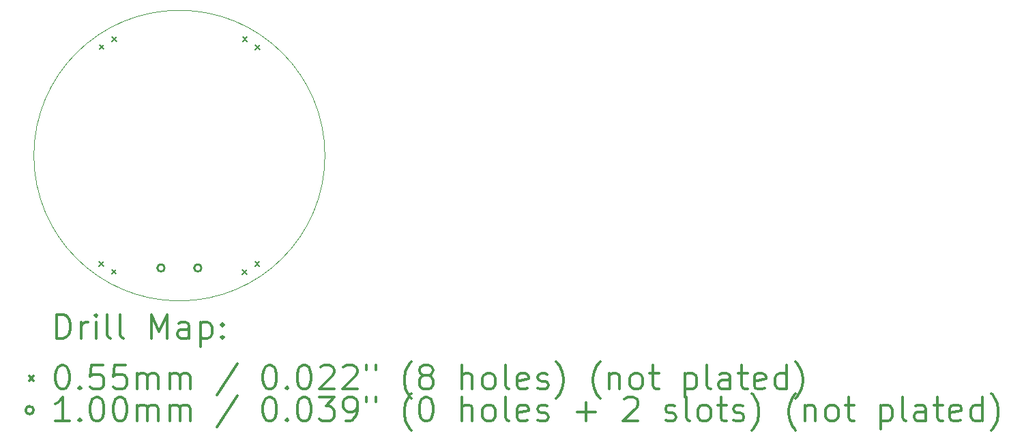
<source format=gbr>
%FSLAX45Y45*%
G04 Gerber Fmt 4.5, Leading zero omitted, Abs format (unit mm)*
G04 Created by KiCad*
%MOMM*%
%LPD*%
G01*
G04 APERTURE LIST*
%TA.AperFunction,Profile*%
%ADD10C,0.050000*%
%TD*%
%ADD11C,0.200000*%
%ADD12C,0.300000*%
G04 APERTURE END LIST*
D10*
X9426260Y-10160000D02*
G75*
G02*
X7620000Y-11966260I-1806260J0D01*
G01*
X7620000Y-11966260D02*
G75*
G02*
X5813740Y-10160000I0J1806260D01*
G01*
X5813740Y-10160000D02*
G75*
G02*
X7620000Y-8353740I1806260J0D01*
G01*
X7620000Y-8353740D02*
G75*
G02*
X9426260Y-10160000I0J-1806260D01*
G01*
D11*
X8401617Y-11581377D02*
X8456617Y-11636377D01*
X8456617Y-11581377D02*
X8401617Y-11636377D01*
X6628942Y-8783918D02*
X6683942Y-8838918D01*
X6683942Y-8783918D02*
X6628942Y-8838918D01*
X6783383Y-8683623D02*
X6838383Y-8738623D01*
X6838383Y-8683623D02*
X6783383Y-8738623D01*
X8406942Y-8687082D02*
X8461942Y-8742082D01*
X8461942Y-8687082D02*
X8406942Y-8742082D01*
X8561383Y-8787377D02*
X8616383Y-8842377D01*
X8616383Y-8787377D02*
X8561383Y-8842377D01*
X6623617Y-11477623D02*
X6678617Y-11532623D01*
X6678617Y-11477623D02*
X6623617Y-11532623D01*
X6778058Y-11577918D02*
X6833058Y-11632918D01*
X6833058Y-11577918D02*
X6778058Y-11632918D01*
X8556058Y-11481082D02*
X8611058Y-11536082D01*
X8611058Y-11481082D02*
X8556058Y-11536082D01*
X7441400Y-11557000D02*
G75*
G03*
X7441400Y-11557000I-50000J0D01*
G01*
X7351400Y-11557000D02*
X7351400Y-11557000D01*
X7431400Y-11557000D02*
X7431400Y-11557000D01*
X7351400Y-11557000D02*
G75*
G03*
X7431400Y-11557000I40000J0D01*
G01*
X7431400Y-11557000D02*
G75*
G03*
X7351400Y-11557000I-40000J0D01*
G01*
X7898600Y-11557000D02*
G75*
G03*
X7898600Y-11557000I-50000J0D01*
G01*
X7808600Y-11557000D02*
X7808600Y-11557000D01*
X7888600Y-11557000D02*
X7888600Y-11557000D01*
X7808600Y-11557000D02*
G75*
G03*
X7888600Y-11557000I40000J0D01*
G01*
X7888600Y-11557000D02*
G75*
G03*
X7808600Y-11557000I-40000J0D01*
G01*
D12*
X6097669Y-12434474D02*
X6097669Y-12134474D01*
X6169097Y-12134474D01*
X6211954Y-12148760D01*
X6240526Y-12177331D01*
X6254812Y-12205903D01*
X6269097Y-12263045D01*
X6269097Y-12305903D01*
X6254812Y-12363045D01*
X6240526Y-12391617D01*
X6211954Y-12420188D01*
X6169097Y-12434474D01*
X6097669Y-12434474D01*
X6397669Y-12434474D02*
X6397669Y-12234474D01*
X6397669Y-12291617D02*
X6411954Y-12263045D01*
X6426240Y-12248760D01*
X6454812Y-12234474D01*
X6483383Y-12234474D01*
X6583383Y-12434474D02*
X6583383Y-12234474D01*
X6583383Y-12134474D02*
X6569097Y-12148760D01*
X6583383Y-12163045D01*
X6597669Y-12148760D01*
X6583383Y-12134474D01*
X6583383Y-12163045D01*
X6769097Y-12434474D02*
X6740526Y-12420188D01*
X6726240Y-12391617D01*
X6726240Y-12134474D01*
X6926240Y-12434474D02*
X6897669Y-12420188D01*
X6883383Y-12391617D01*
X6883383Y-12134474D01*
X7269097Y-12434474D02*
X7269097Y-12134474D01*
X7369097Y-12348760D01*
X7469097Y-12134474D01*
X7469097Y-12434474D01*
X7740526Y-12434474D02*
X7740526Y-12277331D01*
X7726240Y-12248760D01*
X7697669Y-12234474D01*
X7640526Y-12234474D01*
X7611954Y-12248760D01*
X7740526Y-12420188D02*
X7711954Y-12434474D01*
X7640526Y-12434474D01*
X7611954Y-12420188D01*
X7597669Y-12391617D01*
X7597669Y-12363045D01*
X7611954Y-12334474D01*
X7640526Y-12320188D01*
X7711954Y-12320188D01*
X7740526Y-12305903D01*
X7883383Y-12234474D02*
X7883383Y-12534474D01*
X7883383Y-12248760D02*
X7911954Y-12234474D01*
X7969097Y-12234474D01*
X7997669Y-12248760D01*
X8011954Y-12263045D01*
X8026240Y-12291617D01*
X8026240Y-12377331D01*
X8011954Y-12405903D01*
X7997669Y-12420188D01*
X7969097Y-12434474D01*
X7911954Y-12434474D01*
X7883383Y-12420188D01*
X8154812Y-12405903D02*
X8169097Y-12420188D01*
X8154812Y-12434474D01*
X8140526Y-12420188D01*
X8154812Y-12405903D01*
X8154812Y-12434474D01*
X8154812Y-12248760D02*
X8169097Y-12263045D01*
X8154812Y-12277331D01*
X8140526Y-12263045D01*
X8154812Y-12248760D01*
X8154812Y-12277331D01*
X5756240Y-12901260D02*
X5811240Y-12956260D01*
X5811240Y-12901260D02*
X5756240Y-12956260D01*
X6154812Y-12764474D02*
X6183383Y-12764474D01*
X6211954Y-12778760D01*
X6226240Y-12793045D01*
X6240526Y-12821617D01*
X6254812Y-12878760D01*
X6254812Y-12950188D01*
X6240526Y-13007331D01*
X6226240Y-13035903D01*
X6211954Y-13050188D01*
X6183383Y-13064474D01*
X6154812Y-13064474D01*
X6126240Y-13050188D01*
X6111954Y-13035903D01*
X6097669Y-13007331D01*
X6083383Y-12950188D01*
X6083383Y-12878760D01*
X6097669Y-12821617D01*
X6111954Y-12793045D01*
X6126240Y-12778760D01*
X6154812Y-12764474D01*
X6383383Y-13035903D02*
X6397669Y-13050188D01*
X6383383Y-13064474D01*
X6369097Y-13050188D01*
X6383383Y-13035903D01*
X6383383Y-13064474D01*
X6669097Y-12764474D02*
X6526240Y-12764474D01*
X6511954Y-12907331D01*
X6526240Y-12893045D01*
X6554812Y-12878760D01*
X6626240Y-12878760D01*
X6654812Y-12893045D01*
X6669097Y-12907331D01*
X6683383Y-12935903D01*
X6683383Y-13007331D01*
X6669097Y-13035903D01*
X6654812Y-13050188D01*
X6626240Y-13064474D01*
X6554812Y-13064474D01*
X6526240Y-13050188D01*
X6511954Y-13035903D01*
X6954812Y-12764474D02*
X6811954Y-12764474D01*
X6797669Y-12907331D01*
X6811954Y-12893045D01*
X6840526Y-12878760D01*
X6911954Y-12878760D01*
X6940526Y-12893045D01*
X6954812Y-12907331D01*
X6969097Y-12935903D01*
X6969097Y-13007331D01*
X6954812Y-13035903D01*
X6940526Y-13050188D01*
X6911954Y-13064474D01*
X6840526Y-13064474D01*
X6811954Y-13050188D01*
X6797669Y-13035903D01*
X7097669Y-13064474D02*
X7097669Y-12864474D01*
X7097669Y-12893045D02*
X7111954Y-12878760D01*
X7140526Y-12864474D01*
X7183383Y-12864474D01*
X7211954Y-12878760D01*
X7226240Y-12907331D01*
X7226240Y-13064474D01*
X7226240Y-12907331D02*
X7240526Y-12878760D01*
X7269097Y-12864474D01*
X7311954Y-12864474D01*
X7340526Y-12878760D01*
X7354812Y-12907331D01*
X7354812Y-13064474D01*
X7497669Y-13064474D02*
X7497669Y-12864474D01*
X7497669Y-12893045D02*
X7511954Y-12878760D01*
X7540526Y-12864474D01*
X7583383Y-12864474D01*
X7611954Y-12878760D01*
X7626240Y-12907331D01*
X7626240Y-13064474D01*
X7626240Y-12907331D02*
X7640526Y-12878760D01*
X7669097Y-12864474D01*
X7711954Y-12864474D01*
X7740526Y-12878760D01*
X7754812Y-12907331D01*
X7754812Y-13064474D01*
X8340526Y-12750188D02*
X8083383Y-13135903D01*
X8726240Y-12764474D02*
X8754812Y-12764474D01*
X8783383Y-12778760D01*
X8797669Y-12793045D01*
X8811954Y-12821617D01*
X8826240Y-12878760D01*
X8826240Y-12950188D01*
X8811954Y-13007331D01*
X8797669Y-13035903D01*
X8783383Y-13050188D01*
X8754812Y-13064474D01*
X8726240Y-13064474D01*
X8697669Y-13050188D01*
X8683383Y-13035903D01*
X8669097Y-13007331D01*
X8654812Y-12950188D01*
X8654812Y-12878760D01*
X8669097Y-12821617D01*
X8683383Y-12793045D01*
X8697669Y-12778760D01*
X8726240Y-12764474D01*
X8954812Y-13035903D02*
X8969097Y-13050188D01*
X8954812Y-13064474D01*
X8940526Y-13050188D01*
X8954812Y-13035903D01*
X8954812Y-13064474D01*
X9154812Y-12764474D02*
X9183383Y-12764474D01*
X9211954Y-12778760D01*
X9226240Y-12793045D01*
X9240526Y-12821617D01*
X9254812Y-12878760D01*
X9254812Y-12950188D01*
X9240526Y-13007331D01*
X9226240Y-13035903D01*
X9211954Y-13050188D01*
X9183383Y-13064474D01*
X9154812Y-13064474D01*
X9126240Y-13050188D01*
X9111954Y-13035903D01*
X9097669Y-13007331D01*
X9083383Y-12950188D01*
X9083383Y-12878760D01*
X9097669Y-12821617D01*
X9111954Y-12793045D01*
X9126240Y-12778760D01*
X9154812Y-12764474D01*
X9369097Y-12793045D02*
X9383383Y-12778760D01*
X9411954Y-12764474D01*
X9483383Y-12764474D01*
X9511954Y-12778760D01*
X9526240Y-12793045D01*
X9540526Y-12821617D01*
X9540526Y-12850188D01*
X9526240Y-12893045D01*
X9354812Y-13064474D01*
X9540526Y-13064474D01*
X9654812Y-12793045D02*
X9669097Y-12778760D01*
X9697669Y-12764474D01*
X9769097Y-12764474D01*
X9797669Y-12778760D01*
X9811954Y-12793045D01*
X9826240Y-12821617D01*
X9826240Y-12850188D01*
X9811954Y-12893045D01*
X9640526Y-13064474D01*
X9826240Y-13064474D01*
X9940526Y-12764474D02*
X9940526Y-12821617D01*
X10054812Y-12764474D02*
X10054812Y-12821617D01*
X10497669Y-13178760D02*
X10483383Y-13164474D01*
X10454812Y-13121617D01*
X10440526Y-13093045D01*
X10426240Y-13050188D01*
X10411954Y-12978760D01*
X10411954Y-12921617D01*
X10426240Y-12850188D01*
X10440526Y-12807331D01*
X10454812Y-12778760D01*
X10483383Y-12735903D01*
X10497669Y-12721617D01*
X10654812Y-12893045D02*
X10626240Y-12878760D01*
X10611954Y-12864474D01*
X10597669Y-12835903D01*
X10597669Y-12821617D01*
X10611954Y-12793045D01*
X10626240Y-12778760D01*
X10654812Y-12764474D01*
X10711954Y-12764474D01*
X10740526Y-12778760D01*
X10754812Y-12793045D01*
X10769097Y-12821617D01*
X10769097Y-12835903D01*
X10754812Y-12864474D01*
X10740526Y-12878760D01*
X10711954Y-12893045D01*
X10654812Y-12893045D01*
X10626240Y-12907331D01*
X10611954Y-12921617D01*
X10597669Y-12950188D01*
X10597669Y-13007331D01*
X10611954Y-13035903D01*
X10626240Y-13050188D01*
X10654812Y-13064474D01*
X10711954Y-13064474D01*
X10740526Y-13050188D01*
X10754812Y-13035903D01*
X10769097Y-13007331D01*
X10769097Y-12950188D01*
X10754812Y-12921617D01*
X10740526Y-12907331D01*
X10711954Y-12893045D01*
X11126240Y-13064474D02*
X11126240Y-12764474D01*
X11254812Y-13064474D02*
X11254812Y-12907331D01*
X11240526Y-12878760D01*
X11211954Y-12864474D01*
X11169097Y-12864474D01*
X11140526Y-12878760D01*
X11126240Y-12893045D01*
X11440526Y-13064474D02*
X11411954Y-13050188D01*
X11397669Y-13035903D01*
X11383383Y-13007331D01*
X11383383Y-12921617D01*
X11397669Y-12893045D01*
X11411954Y-12878760D01*
X11440526Y-12864474D01*
X11483383Y-12864474D01*
X11511954Y-12878760D01*
X11526240Y-12893045D01*
X11540526Y-12921617D01*
X11540526Y-13007331D01*
X11526240Y-13035903D01*
X11511954Y-13050188D01*
X11483383Y-13064474D01*
X11440526Y-13064474D01*
X11711954Y-13064474D02*
X11683383Y-13050188D01*
X11669097Y-13021617D01*
X11669097Y-12764474D01*
X11940526Y-13050188D02*
X11911954Y-13064474D01*
X11854812Y-13064474D01*
X11826240Y-13050188D01*
X11811954Y-13021617D01*
X11811954Y-12907331D01*
X11826240Y-12878760D01*
X11854812Y-12864474D01*
X11911954Y-12864474D01*
X11940526Y-12878760D01*
X11954812Y-12907331D01*
X11954812Y-12935903D01*
X11811954Y-12964474D01*
X12069097Y-13050188D02*
X12097669Y-13064474D01*
X12154812Y-13064474D01*
X12183383Y-13050188D01*
X12197669Y-13021617D01*
X12197669Y-13007331D01*
X12183383Y-12978760D01*
X12154812Y-12964474D01*
X12111954Y-12964474D01*
X12083383Y-12950188D01*
X12069097Y-12921617D01*
X12069097Y-12907331D01*
X12083383Y-12878760D01*
X12111954Y-12864474D01*
X12154812Y-12864474D01*
X12183383Y-12878760D01*
X12297669Y-13178760D02*
X12311954Y-13164474D01*
X12340526Y-13121617D01*
X12354812Y-13093045D01*
X12369097Y-13050188D01*
X12383383Y-12978760D01*
X12383383Y-12921617D01*
X12369097Y-12850188D01*
X12354812Y-12807331D01*
X12340526Y-12778760D01*
X12311954Y-12735903D01*
X12297669Y-12721617D01*
X12840526Y-13178760D02*
X12826240Y-13164474D01*
X12797669Y-13121617D01*
X12783383Y-13093045D01*
X12769097Y-13050188D01*
X12754812Y-12978760D01*
X12754812Y-12921617D01*
X12769097Y-12850188D01*
X12783383Y-12807331D01*
X12797669Y-12778760D01*
X12826240Y-12735903D01*
X12840526Y-12721617D01*
X12954812Y-12864474D02*
X12954812Y-13064474D01*
X12954812Y-12893045D02*
X12969097Y-12878760D01*
X12997669Y-12864474D01*
X13040526Y-12864474D01*
X13069097Y-12878760D01*
X13083383Y-12907331D01*
X13083383Y-13064474D01*
X13269097Y-13064474D02*
X13240526Y-13050188D01*
X13226240Y-13035903D01*
X13211954Y-13007331D01*
X13211954Y-12921617D01*
X13226240Y-12893045D01*
X13240526Y-12878760D01*
X13269097Y-12864474D01*
X13311954Y-12864474D01*
X13340526Y-12878760D01*
X13354812Y-12893045D01*
X13369097Y-12921617D01*
X13369097Y-13007331D01*
X13354812Y-13035903D01*
X13340526Y-13050188D01*
X13311954Y-13064474D01*
X13269097Y-13064474D01*
X13454812Y-12864474D02*
X13569097Y-12864474D01*
X13497669Y-12764474D02*
X13497669Y-13021617D01*
X13511954Y-13050188D01*
X13540526Y-13064474D01*
X13569097Y-13064474D01*
X13897669Y-12864474D02*
X13897669Y-13164474D01*
X13897669Y-12878760D02*
X13926240Y-12864474D01*
X13983383Y-12864474D01*
X14011954Y-12878760D01*
X14026240Y-12893045D01*
X14040526Y-12921617D01*
X14040526Y-13007331D01*
X14026240Y-13035903D01*
X14011954Y-13050188D01*
X13983383Y-13064474D01*
X13926240Y-13064474D01*
X13897669Y-13050188D01*
X14211954Y-13064474D02*
X14183383Y-13050188D01*
X14169097Y-13021617D01*
X14169097Y-12764474D01*
X14454812Y-13064474D02*
X14454812Y-12907331D01*
X14440526Y-12878760D01*
X14411954Y-12864474D01*
X14354812Y-12864474D01*
X14326240Y-12878760D01*
X14454812Y-13050188D02*
X14426240Y-13064474D01*
X14354812Y-13064474D01*
X14326240Y-13050188D01*
X14311954Y-13021617D01*
X14311954Y-12993045D01*
X14326240Y-12964474D01*
X14354812Y-12950188D01*
X14426240Y-12950188D01*
X14454812Y-12935903D01*
X14554812Y-12864474D02*
X14669097Y-12864474D01*
X14597669Y-12764474D02*
X14597669Y-13021617D01*
X14611954Y-13050188D01*
X14640526Y-13064474D01*
X14669097Y-13064474D01*
X14883383Y-13050188D02*
X14854812Y-13064474D01*
X14797669Y-13064474D01*
X14769097Y-13050188D01*
X14754812Y-13021617D01*
X14754812Y-12907331D01*
X14769097Y-12878760D01*
X14797669Y-12864474D01*
X14854812Y-12864474D01*
X14883383Y-12878760D01*
X14897669Y-12907331D01*
X14897669Y-12935903D01*
X14754812Y-12964474D01*
X15154812Y-13064474D02*
X15154812Y-12764474D01*
X15154812Y-13050188D02*
X15126240Y-13064474D01*
X15069097Y-13064474D01*
X15040526Y-13050188D01*
X15026240Y-13035903D01*
X15011954Y-13007331D01*
X15011954Y-12921617D01*
X15026240Y-12893045D01*
X15040526Y-12878760D01*
X15069097Y-12864474D01*
X15126240Y-12864474D01*
X15154812Y-12878760D01*
X15269097Y-13178760D02*
X15283383Y-13164474D01*
X15311954Y-13121617D01*
X15326240Y-13093045D01*
X15340526Y-13050188D01*
X15354812Y-12978760D01*
X15354812Y-12921617D01*
X15340526Y-12850188D01*
X15326240Y-12807331D01*
X15311954Y-12778760D01*
X15283383Y-12735903D01*
X15269097Y-12721617D01*
X5811240Y-13324760D02*
G75*
G03*
X5811240Y-13324760I-50000J0D01*
G01*
X6254812Y-13460474D02*
X6083383Y-13460474D01*
X6169097Y-13460474D02*
X6169097Y-13160474D01*
X6140526Y-13203331D01*
X6111954Y-13231903D01*
X6083383Y-13246188D01*
X6383383Y-13431903D02*
X6397669Y-13446188D01*
X6383383Y-13460474D01*
X6369097Y-13446188D01*
X6383383Y-13431903D01*
X6383383Y-13460474D01*
X6583383Y-13160474D02*
X6611954Y-13160474D01*
X6640526Y-13174760D01*
X6654812Y-13189045D01*
X6669097Y-13217617D01*
X6683383Y-13274760D01*
X6683383Y-13346188D01*
X6669097Y-13403331D01*
X6654812Y-13431903D01*
X6640526Y-13446188D01*
X6611954Y-13460474D01*
X6583383Y-13460474D01*
X6554812Y-13446188D01*
X6540526Y-13431903D01*
X6526240Y-13403331D01*
X6511954Y-13346188D01*
X6511954Y-13274760D01*
X6526240Y-13217617D01*
X6540526Y-13189045D01*
X6554812Y-13174760D01*
X6583383Y-13160474D01*
X6869097Y-13160474D02*
X6897669Y-13160474D01*
X6926240Y-13174760D01*
X6940526Y-13189045D01*
X6954812Y-13217617D01*
X6969097Y-13274760D01*
X6969097Y-13346188D01*
X6954812Y-13403331D01*
X6940526Y-13431903D01*
X6926240Y-13446188D01*
X6897669Y-13460474D01*
X6869097Y-13460474D01*
X6840526Y-13446188D01*
X6826240Y-13431903D01*
X6811954Y-13403331D01*
X6797669Y-13346188D01*
X6797669Y-13274760D01*
X6811954Y-13217617D01*
X6826240Y-13189045D01*
X6840526Y-13174760D01*
X6869097Y-13160474D01*
X7097669Y-13460474D02*
X7097669Y-13260474D01*
X7097669Y-13289045D02*
X7111954Y-13274760D01*
X7140526Y-13260474D01*
X7183383Y-13260474D01*
X7211954Y-13274760D01*
X7226240Y-13303331D01*
X7226240Y-13460474D01*
X7226240Y-13303331D02*
X7240526Y-13274760D01*
X7269097Y-13260474D01*
X7311954Y-13260474D01*
X7340526Y-13274760D01*
X7354812Y-13303331D01*
X7354812Y-13460474D01*
X7497669Y-13460474D02*
X7497669Y-13260474D01*
X7497669Y-13289045D02*
X7511954Y-13274760D01*
X7540526Y-13260474D01*
X7583383Y-13260474D01*
X7611954Y-13274760D01*
X7626240Y-13303331D01*
X7626240Y-13460474D01*
X7626240Y-13303331D02*
X7640526Y-13274760D01*
X7669097Y-13260474D01*
X7711954Y-13260474D01*
X7740526Y-13274760D01*
X7754812Y-13303331D01*
X7754812Y-13460474D01*
X8340526Y-13146188D02*
X8083383Y-13531903D01*
X8726240Y-13160474D02*
X8754812Y-13160474D01*
X8783383Y-13174760D01*
X8797669Y-13189045D01*
X8811954Y-13217617D01*
X8826240Y-13274760D01*
X8826240Y-13346188D01*
X8811954Y-13403331D01*
X8797669Y-13431903D01*
X8783383Y-13446188D01*
X8754812Y-13460474D01*
X8726240Y-13460474D01*
X8697669Y-13446188D01*
X8683383Y-13431903D01*
X8669097Y-13403331D01*
X8654812Y-13346188D01*
X8654812Y-13274760D01*
X8669097Y-13217617D01*
X8683383Y-13189045D01*
X8697669Y-13174760D01*
X8726240Y-13160474D01*
X8954812Y-13431903D02*
X8969097Y-13446188D01*
X8954812Y-13460474D01*
X8940526Y-13446188D01*
X8954812Y-13431903D01*
X8954812Y-13460474D01*
X9154812Y-13160474D02*
X9183383Y-13160474D01*
X9211954Y-13174760D01*
X9226240Y-13189045D01*
X9240526Y-13217617D01*
X9254812Y-13274760D01*
X9254812Y-13346188D01*
X9240526Y-13403331D01*
X9226240Y-13431903D01*
X9211954Y-13446188D01*
X9183383Y-13460474D01*
X9154812Y-13460474D01*
X9126240Y-13446188D01*
X9111954Y-13431903D01*
X9097669Y-13403331D01*
X9083383Y-13346188D01*
X9083383Y-13274760D01*
X9097669Y-13217617D01*
X9111954Y-13189045D01*
X9126240Y-13174760D01*
X9154812Y-13160474D01*
X9354812Y-13160474D02*
X9540526Y-13160474D01*
X9440526Y-13274760D01*
X9483383Y-13274760D01*
X9511954Y-13289045D01*
X9526240Y-13303331D01*
X9540526Y-13331903D01*
X9540526Y-13403331D01*
X9526240Y-13431903D01*
X9511954Y-13446188D01*
X9483383Y-13460474D01*
X9397669Y-13460474D01*
X9369097Y-13446188D01*
X9354812Y-13431903D01*
X9683383Y-13460474D02*
X9740526Y-13460474D01*
X9769097Y-13446188D01*
X9783383Y-13431903D01*
X9811954Y-13389045D01*
X9826240Y-13331903D01*
X9826240Y-13217617D01*
X9811954Y-13189045D01*
X9797669Y-13174760D01*
X9769097Y-13160474D01*
X9711954Y-13160474D01*
X9683383Y-13174760D01*
X9669097Y-13189045D01*
X9654812Y-13217617D01*
X9654812Y-13289045D01*
X9669097Y-13317617D01*
X9683383Y-13331903D01*
X9711954Y-13346188D01*
X9769097Y-13346188D01*
X9797669Y-13331903D01*
X9811954Y-13317617D01*
X9826240Y-13289045D01*
X9940526Y-13160474D02*
X9940526Y-13217617D01*
X10054812Y-13160474D02*
X10054812Y-13217617D01*
X10497669Y-13574760D02*
X10483383Y-13560474D01*
X10454812Y-13517617D01*
X10440526Y-13489045D01*
X10426240Y-13446188D01*
X10411954Y-13374760D01*
X10411954Y-13317617D01*
X10426240Y-13246188D01*
X10440526Y-13203331D01*
X10454812Y-13174760D01*
X10483383Y-13131903D01*
X10497669Y-13117617D01*
X10669097Y-13160474D02*
X10697669Y-13160474D01*
X10726240Y-13174760D01*
X10740526Y-13189045D01*
X10754812Y-13217617D01*
X10769097Y-13274760D01*
X10769097Y-13346188D01*
X10754812Y-13403331D01*
X10740526Y-13431903D01*
X10726240Y-13446188D01*
X10697669Y-13460474D01*
X10669097Y-13460474D01*
X10640526Y-13446188D01*
X10626240Y-13431903D01*
X10611954Y-13403331D01*
X10597669Y-13346188D01*
X10597669Y-13274760D01*
X10611954Y-13217617D01*
X10626240Y-13189045D01*
X10640526Y-13174760D01*
X10669097Y-13160474D01*
X11126240Y-13460474D02*
X11126240Y-13160474D01*
X11254812Y-13460474D02*
X11254812Y-13303331D01*
X11240526Y-13274760D01*
X11211954Y-13260474D01*
X11169097Y-13260474D01*
X11140526Y-13274760D01*
X11126240Y-13289045D01*
X11440526Y-13460474D02*
X11411954Y-13446188D01*
X11397669Y-13431903D01*
X11383383Y-13403331D01*
X11383383Y-13317617D01*
X11397669Y-13289045D01*
X11411954Y-13274760D01*
X11440526Y-13260474D01*
X11483383Y-13260474D01*
X11511954Y-13274760D01*
X11526240Y-13289045D01*
X11540526Y-13317617D01*
X11540526Y-13403331D01*
X11526240Y-13431903D01*
X11511954Y-13446188D01*
X11483383Y-13460474D01*
X11440526Y-13460474D01*
X11711954Y-13460474D02*
X11683383Y-13446188D01*
X11669097Y-13417617D01*
X11669097Y-13160474D01*
X11940526Y-13446188D02*
X11911954Y-13460474D01*
X11854812Y-13460474D01*
X11826240Y-13446188D01*
X11811954Y-13417617D01*
X11811954Y-13303331D01*
X11826240Y-13274760D01*
X11854812Y-13260474D01*
X11911954Y-13260474D01*
X11940526Y-13274760D01*
X11954812Y-13303331D01*
X11954812Y-13331903D01*
X11811954Y-13360474D01*
X12069097Y-13446188D02*
X12097669Y-13460474D01*
X12154812Y-13460474D01*
X12183383Y-13446188D01*
X12197669Y-13417617D01*
X12197669Y-13403331D01*
X12183383Y-13374760D01*
X12154812Y-13360474D01*
X12111954Y-13360474D01*
X12083383Y-13346188D01*
X12069097Y-13317617D01*
X12069097Y-13303331D01*
X12083383Y-13274760D01*
X12111954Y-13260474D01*
X12154812Y-13260474D01*
X12183383Y-13274760D01*
X12554812Y-13346188D02*
X12783383Y-13346188D01*
X12669097Y-13460474D02*
X12669097Y-13231903D01*
X13140526Y-13189045D02*
X13154812Y-13174760D01*
X13183383Y-13160474D01*
X13254812Y-13160474D01*
X13283383Y-13174760D01*
X13297669Y-13189045D01*
X13311954Y-13217617D01*
X13311954Y-13246188D01*
X13297669Y-13289045D01*
X13126240Y-13460474D01*
X13311954Y-13460474D01*
X13654812Y-13446188D02*
X13683383Y-13460474D01*
X13740526Y-13460474D01*
X13769097Y-13446188D01*
X13783383Y-13417617D01*
X13783383Y-13403331D01*
X13769097Y-13374760D01*
X13740526Y-13360474D01*
X13697669Y-13360474D01*
X13669097Y-13346188D01*
X13654812Y-13317617D01*
X13654812Y-13303331D01*
X13669097Y-13274760D01*
X13697669Y-13260474D01*
X13740526Y-13260474D01*
X13769097Y-13274760D01*
X13954812Y-13460474D02*
X13926240Y-13446188D01*
X13911954Y-13417617D01*
X13911954Y-13160474D01*
X14111954Y-13460474D02*
X14083383Y-13446188D01*
X14069097Y-13431903D01*
X14054812Y-13403331D01*
X14054812Y-13317617D01*
X14069097Y-13289045D01*
X14083383Y-13274760D01*
X14111954Y-13260474D01*
X14154812Y-13260474D01*
X14183383Y-13274760D01*
X14197669Y-13289045D01*
X14211954Y-13317617D01*
X14211954Y-13403331D01*
X14197669Y-13431903D01*
X14183383Y-13446188D01*
X14154812Y-13460474D01*
X14111954Y-13460474D01*
X14297669Y-13260474D02*
X14411954Y-13260474D01*
X14340526Y-13160474D02*
X14340526Y-13417617D01*
X14354812Y-13446188D01*
X14383383Y-13460474D01*
X14411954Y-13460474D01*
X14497669Y-13446188D02*
X14526240Y-13460474D01*
X14583383Y-13460474D01*
X14611954Y-13446188D01*
X14626240Y-13417617D01*
X14626240Y-13403331D01*
X14611954Y-13374760D01*
X14583383Y-13360474D01*
X14540526Y-13360474D01*
X14511954Y-13346188D01*
X14497669Y-13317617D01*
X14497669Y-13303331D01*
X14511954Y-13274760D01*
X14540526Y-13260474D01*
X14583383Y-13260474D01*
X14611954Y-13274760D01*
X14726240Y-13574760D02*
X14740526Y-13560474D01*
X14769097Y-13517617D01*
X14783383Y-13489045D01*
X14797669Y-13446188D01*
X14811954Y-13374760D01*
X14811954Y-13317617D01*
X14797669Y-13246188D01*
X14783383Y-13203331D01*
X14769097Y-13174760D01*
X14740526Y-13131903D01*
X14726240Y-13117617D01*
X15269097Y-13574760D02*
X15254812Y-13560474D01*
X15226240Y-13517617D01*
X15211954Y-13489045D01*
X15197669Y-13446188D01*
X15183383Y-13374760D01*
X15183383Y-13317617D01*
X15197669Y-13246188D01*
X15211954Y-13203331D01*
X15226240Y-13174760D01*
X15254812Y-13131903D01*
X15269097Y-13117617D01*
X15383383Y-13260474D02*
X15383383Y-13460474D01*
X15383383Y-13289045D02*
X15397669Y-13274760D01*
X15426240Y-13260474D01*
X15469097Y-13260474D01*
X15497669Y-13274760D01*
X15511954Y-13303331D01*
X15511954Y-13460474D01*
X15697669Y-13460474D02*
X15669097Y-13446188D01*
X15654812Y-13431903D01*
X15640526Y-13403331D01*
X15640526Y-13317617D01*
X15654812Y-13289045D01*
X15669097Y-13274760D01*
X15697669Y-13260474D01*
X15740526Y-13260474D01*
X15769097Y-13274760D01*
X15783383Y-13289045D01*
X15797669Y-13317617D01*
X15797669Y-13403331D01*
X15783383Y-13431903D01*
X15769097Y-13446188D01*
X15740526Y-13460474D01*
X15697669Y-13460474D01*
X15883383Y-13260474D02*
X15997669Y-13260474D01*
X15926240Y-13160474D02*
X15926240Y-13417617D01*
X15940526Y-13446188D01*
X15969097Y-13460474D01*
X15997669Y-13460474D01*
X16326240Y-13260474D02*
X16326240Y-13560474D01*
X16326240Y-13274760D02*
X16354812Y-13260474D01*
X16411954Y-13260474D01*
X16440526Y-13274760D01*
X16454812Y-13289045D01*
X16469097Y-13317617D01*
X16469097Y-13403331D01*
X16454812Y-13431903D01*
X16440526Y-13446188D01*
X16411954Y-13460474D01*
X16354812Y-13460474D01*
X16326240Y-13446188D01*
X16640526Y-13460474D02*
X16611954Y-13446188D01*
X16597669Y-13417617D01*
X16597669Y-13160474D01*
X16883383Y-13460474D02*
X16883383Y-13303331D01*
X16869097Y-13274760D01*
X16840526Y-13260474D01*
X16783383Y-13260474D01*
X16754812Y-13274760D01*
X16883383Y-13446188D02*
X16854812Y-13460474D01*
X16783383Y-13460474D01*
X16754812Y-13446188D01*
X16740526Y-13417617D01*
X16740526Y-13389045D01*
X16754812Y-13360474D01*
X16783383Y-13346188D01*
X16854812Y-13346188D01*
X16883383Y-13331903D01*
X16983383Y-13260474D02*
X17097669Y-13260474D01*
X17026240Y-13160474D02*
X17026240Y-13417617D01*
X17040526Y-13446188D01*
X17069097Y-13460474D01*
X17097669Y-13460474D01*
X17311954Y-13446188D02*
X17283383Y-13460474D01*
X17226240Y-13460474D01*
X17197669Y-13446188D01*
X17183383Y-13417617D01*
X17183383Y-13303331D01*
X17197669Y-13274760D01*
X17226240Y-13260474D01*
X17283383Y-13260474D01*
X17311954Y-13274760D01*
X17326240Y-13303331D01*
X17326240Y-13331903D01*
X17183383Y-13360474D01*
X17583383Y-13460474D02*
X17583383Y-13160474D01*
X17583383Y-13446188D02*
X17554812Y-13460474D01*
X17497669Y-13460474D01*
X17469097Y-13446188D01*
X17454812Y-13431903D01*
X17440526Y-13403331D01*
X17440526Y-13317617D01*
X17454812Y-13289045D01*
X17469097Y-13274760D01*
X17497669Y-13260474D01*
X17554812Y-13260474D01*
X17583383Y-13274760D01*
X17697669Y-13574760D02*
X17711954Y-13560474D01*
X17740526Y-13517617D01*
X17754812Y-13489045D01*
X17769097Y-13446188D01*
X17783383Y-13374760D01*
X17783383Y-13317617D01*
X17769097Y-13246188D01*
X17754812Y-13203331D01*
X17740526Y-13174760D01*
X17711954Y-13131903D01*
X17697669Y-13117617D01*
M02*

</source>
